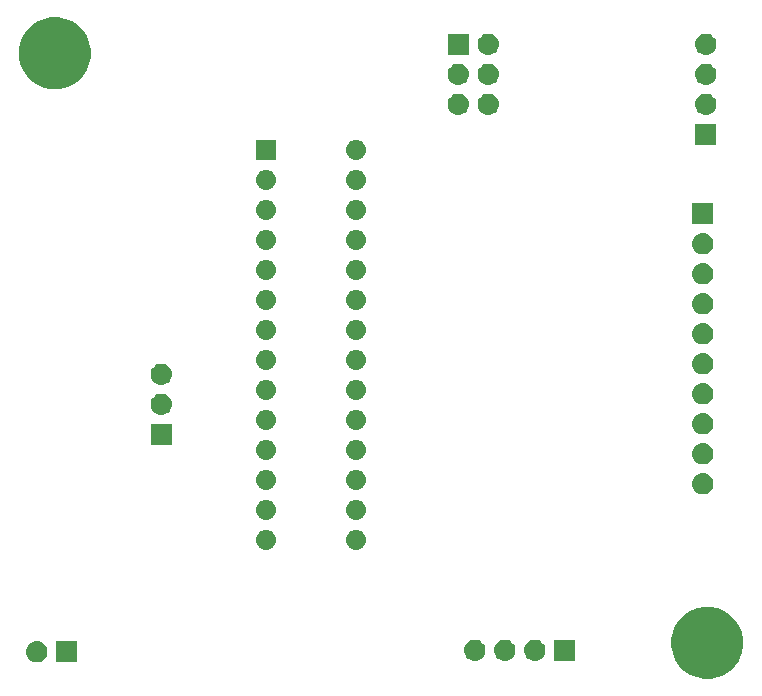
<source format=gbs>
G04 #@! TF.GenerationSoftware,KiCad,Pcbnew,(5.1.2)-1*
G04 #@! TF.CreationDate,2019-09-17T06:22:35+02:00*
G04 #@! TF.ProjectId,PiezoBedSensor,5069657a-6f42-4656-9453-656e736f722e,rev?*
G04 #@! TF.SameCoordinates,Original*
G04 #@! TF.FileFunction,Soldermask,Bot*
G04 #@! TF.FilePolarity,Negative*
%FSLAX46Y46*%
G04 Gerber Fmt 4.6, Leading zero omitted, Abs format (unit mm)*
G04 Created by KiCad (PCBNEW (5.1.2)-1) date 2019-09-17 06:22:35*
%MOMM*%
%LPD*%
G04 APERTURE LIST*
%ADD10C,0.100000*%
G04 APERTURE END LIST*
D10*
G36*
X156591943Y-102857248D02*
G01*
X157147189Y-103087238D01*
X157147190Y-103087239D01*
X157646899Y-103421134D01*
X158071866Y-103846101D01*
X158071867Y-103846103D01*
X158405762Y-104345811D01*
X158635752Y-104901057D01*
X158753000Y-105490501D01*
X158753000Y-106091499D01*
X158635752Y-106680943D01*
X158405762Y-107236189D01*
X158359264Y-107305778D01*
X158071866Y-107735899D01*
X157646899Y-108160866D01*
X157395347Y-108328948D01*
X157147189Y-108494762D01*
X156591943Y-108724752D01*
X156002499Y-108842000D01*
X155401501Y-108842000D01*
X154812057Y-108724752D01*
X154256811Y-108494762D01*
X154008653Y-108328948D01*
X153757101Y-108160866D01*
X153332134Y-107735899D01*
X153044736Y-107305778D01*
X152998238Y-107236189D01*
X152768248Y-106680943D01*
X152651000Y-106091499D01*
X152651000Y-105490501D01*
X152768248Y-104901057D01*
X152998238Y-104345811D01*
X153332133Y-103846103D01*
X153332134Y-103846101D01*
X153757101Y-103421134D01*
X154256810Y-103087239D01*
X154256811Y-103087238D01*
X154812057Y-102857248D01*
X155401501Y-102740000D01*
X156002499Y-102740000D01*
X156591943Y-102857248D01*
X156591943Y-102857248D01*
G37*
G36*
X102374000Y-107454000D02*
G01*
X100572000Y-107454000D01*
X100572000Y-105652000D01*
X102374000Y-105652000D01*
X102374000Y-107454000D01*
X102374000Y-107454000D01*
G37*
G36*
X99043443Y-105658519D02*
G01*
X99109627Y-105665037D01*
X99279466Y-105716557D01*
X99435991Y-105800222D01*
X99471729Y-105829552D01*
X99573186Y-105912814D01*
X99656448Y-106014271D01*
X99685778Y-106050009D01*
X99769443Y-106206534D01*
X99820963Y-106376373D01*
X99838359Y-106553000D01*
X99820963Y-106729627D01*
X99769443Y-106899466D01*
X99685778Y-107055991D01*
X99677411Y-107066186D01*
X99573186Y-107193186D01*
X99471729Y-107276448D01*
X99435991Y-107305778D01*
X99279466Y-107389443D01*
X99109627Y-107440963D01*
X99043442Y-107447482D01*
X98977260Y-107454000D01*
X98888740Y-107454000D01*
X98822558Y-107447482D01*
X98756373Y-107440963D01*
X98586534Y-107389443D01*
X98430009Y-107305778D01*
X98394271Y-107276448D01*
X98292814Y-107193186D01*
X98188589Y-107066186D01*
X98180222Y-107055991D01*
X98096557Y-106899466D01*
X98045037Y-106729627D01*
X98027641Y-106553000D01*
X98045037Y-106376373D01*
X98096557Y-106206534D01*
X98180222Y-106050009D01*
X98209552Y-106014271D01*
X98292814Y-105912814D01*
X98394271Y-105829552D01*
X98430009Y-105800222D01*
X98586534Y-105716557D01*
X98756373Y-105665037D01*
X98822557Y-105658519D01*
X98888740Y-105652000D01*
X98977260Y-105652000D01*
X99043443Y-105658519D01*
X99043443Y-105658519D01*
G37*
G36*
X136127443Y-105531519D02*
G01*
X136193627Y-105538037D01*
X136363466Y-105589557D01*
X136519991Y-105673222D01*
X136555729Y-105702552D01*
X136657186Y-105785814D01*
X136740448Y-105887271D01*
X136769778Y-105923009D01*
X136853443Y-106079534D01*
X136904963Y-106249373D01*
X136922359Y-106426000D01*
X136904963Y-106602627D01*
X136853443Y-106772466D01*
X136769778Y-106928991D01*
X136740448Y-106964729D01*
X136657186Y-107066186D01*
X136555729Y-107149448D01*
X136519991Y-107178778D01*
X136363466Y-107262443D01*
X136193627Y-107313963D01*
X136127442Y-107320482D01*
X136061260Y-107327000D01*
X135972740Y-107327000D01*
X135906558Y-107320482D01*
X135840373Y-107313963D01*
X135670534Y-107262443D01*
X135514009Y-107178778D01*
X135478271Y-107149448D01*
X135376814Y-107066186D01*
X135293552Y-106964729D01*
X135264222Y-106928991D01*
X135180557Y-106772466D01*
X135129037Y-106602627D01*
X135111641Y-106426000D01*
X135129037Y-106249373D01*
X135180557Y-106079534D01*
X135264222Y-105923009D01*
X135293552Y-105887271D01*
X135376814Y-105785814D01*
X135478271Y-105702552D01*
X135514009Y-105673222D01*
X135670534Y-105589557D01*
X135840373Y-105538037D01*
X135906558Y-105531518D01*
X135972740Y-105525000D01*
X136061260Y-105525000D01*
X136127443Y-105531519D01*
X136127443Y-105531519D01*
G37*
G36*
X141207443Y-105531519D02*
G01*
X141273627Y-105538037D01*
X141443466Y-105589557D01*
X141599991Y-105673222D01*
X141635729Y-105702552D01*
X141737186Y-105785814D01*
X141820448Y-105887271D01*
X141849778Y-105923009D01*
X141933443Y-106079534D01*
X141984963Y-106249373D01*
X142002359Y-106426000D01*
X141984963Y-106602627D01*
X141933443Y-106772466D01*
X141849778Y-106928991D01*
X141820448Y-106964729D01*
X141737186Y-107066186D01*
X141635729Y-107149448D01*
X141599991Y-107178778D01*
X141443466Y-107262443D01*
X141273627Y-107313963D01*
X141207442Y-107320482D01*
X141141260Y-107327000D01*
X141052740Y-107327000D01*
X140986558Y-107320482D01*
X140920373Y-107313963D01*
X140750534Y-107262443D01*
X140594009Y-107178778D01*
X140558271Y-107149448D01*
X140456814Y-107066186D01*
X140373552Y-106964729D01*
X140344222Y-106928991D01*
X140260557Y-106772466D01*
X140209037Y-106602627D01*
X140191641Y-106426000D01*
X140209037Y-106249373D01*
X140260557Y-106079534D01*
X140344222Y-105923009D01*
X140373552Y-105887271D01*
X140456814Y-105785814D01*
X140558271Y-105702552D01*
X140594009Y-105673222D01*
X140750534Y-105589557D01*
X140920373Y-105538037D01*
X140986558Y-105531518D01*
X141052740Y-105525000D01*
X141141260Y-105525000D01*
X141207443Y-105531519D01*
X141207443Y-105531519D01*
G37*
G36*
X144538000Y-107327000D02*
G01*
X142736000Y-107327000D01*
X142736000Y-105525000D01*
X144538000Y-105525000D01*
X144538000Y-107327000D01*
X144538000Y-107327000D01*
G37*
G36*
X138667443Y-105531519D02*
G01*
X138733627Y-105538037D01*
X138903466Y-105589557D01*
X139059991Y-105673222D01*
X139095729Y-105702552D01*
X139197186Y-105785814D01*
X139280448Y-105887271D01*
X139309778Y-105923009D01*
X139393443Y-106079534D01*
X139444963Y-106249373D01*
X139462359Y-106426000D01*
X139444963Y-106602627D01*
X139393443Y-106772466D01*
X139309778Y-106928991D01*
X139280448Y-106964729D01*
X139197186Y-107066186D01*
X139095729Y-107149448D01*
X139059991Y-107178778D01*
X138903466Y-107262443D01*
X138733627Y-107313963D01*
X138667442Y-107320482D01*
X138601260Y-107327000D01*
X138512740Y-107327000D01*
X138446558Y-107320482D01*
X138380373Y-107313963D01*
X138210534Y-107262443D01*
X138054009Y-107178778D01*
X138018271Y-107149448D01*
X137916814Y-107066186D01*
X137833552Y-106964729D01*
X137804222Y-106928991D01*
X137720557Y-106772466D01*
X137669037Y-106602627D01*
X137651641Y-106426000D01*
X137669037Y-106249373D01*
X137720557Y-106079534D01*
X137804222Y-105923009D01*
X137833552Y-105887271D01*
X137916814Y-105785814D01*
X138018271Y-105702552D01*
X138054009Y-105673222D01*
X138210534Y-105589557D01*
X138380373Y-105538037D01*
X138446558Y-105531518D01*
X138512740Y-105525000D01*
X138601260Y-105525000D01*
X138667443Y-105531519D01*
X138667443Y-105531519D01*
G37*
G36*
X126126823Y-96236313D02*
G01*
X126287242Y-96284976D01*
X126419906Y-96355886D01*
X126435078Y-96363996D01*
X126564659Y-96470341D01*
X126671004Y-96599922D01*
X126671005Y-96599924D01*
X126750024Y-96747758D01*
X126798687Y-96908177D01*
X126815117Y-97075000D01*
X126798687Y-97241823D01*
X126750024Y-97402242D01*
X126679114Y-97534906D01*
X126671004Y-97550078D01*
X126564659Y-97679659D01*
X126435078Y-97786004D01*
X126435076Y-97786005D01*
X126287242Y-97865024D01*
X126126823Y-97913687D01*
X126001804Y-97926000D01*
X125918196Y-97926000D01*
X125793177Y-97913687D01*
X125632758Y-97865024D01*
X125484924Y-97786005D01*
X125484922Y-97786004D01*
X125355341Y-97679659D01*
X125248996Y-97550078D01*
X125240886Y-97534906D01*
X125169976Y-97402242D01*
X125121313Y-97241823D01*
X125104883Y-97075000D01*
X125121313Y-96908177D01*
X125169976Y-96747758D01*
X125248995Y-96599924D01*
X125248996Y-96599922D01*
X125355341Y-96470341D01*
X125484922Y-96363996D01*
X125500094Y-96355886D01*
X125632758Y-96284976D01*
X125793177Y-96236313D01*
X125918196Y-96224000D01*
X126001804Y-96224000D01*
X126126823Y-96236313D01*
X126126823Y-96236313D01*
G37*
G36*
X118506823Y-96236313D02*
G01*
X118667242Y-96284976D01*
X118799906Y-96355886D01*
X118815078Y-96363996D01*
X118944659Y-96470341D01*
X119051004Y-96599922D01*
X119051005Y-96599924D01*
X119130024Y-96747758D01*
X119178687Y-96908177D01*
X119195117Y-97075000D01*
X119178687Y-97241823D01*
X119130024Y-97402242D01*
X119059114Y-97534906D01*
X119051004Y-97550078D01*
X118944659Y-97679659D01*
X118815078Y-97786004D01*
X118815076Y-97786005D01*
X118667242Y-97865024D01*
X118506823Y-97913687D01*
X118381804Y-97926000D01*
X118298196Y-97926000D01*
X118173177Y-97913687D01*
X118012758Y-97865024D01*
X117864924Y-97786005D01*
X117864922Y-97786004D01*
X117735341Y-97679659D01*
X117628996Y-97550078D01*
X117620886Y-97534906D01*
X117549976Y-97402242D01*
X117501313Y-97241823D01*
X117484883Y-97075000D01*
X117501313Y-96908177D01*
X117549976Y-96747758D01*
X117628995Y-96599924D01*
X117628996Y-96599922D01*
X117735341Y-96470341D01*
X117864922Y-96363996D01*
X117880094Y-96355886D01*
X118012758Y-96284976D01*
X118173177Y-96236313D01*
X118298196Y-96224000D01*
X118381804Y-96224000D01*
X118506823Y-96236313D01*
X118506823Y-96236313D01*
G37*
G36*
X126126823Y-93696313D02*
G01*
X126287242Y-93744976D01*
X126419906Y-93815886D01*
X126435078Y-93823996D01*
X126564659Y-93930341D01*
X126671004Y-94059922D01*
X126671005Y-94059924D01*
X126750024Y-94207758D01*
X126798687Y-94368177D01*
X126815117Y-94535000D01*
X126798687Y-94701823D01*
X126750024Y-94862242D01*
X126679114Y-94994906D01*
X126671004Y-95010078D01*
X126564659Y-95139659D01*
X126435078Y-95246004D01*
X126435076Y-95246005D01*
X126287242Y-95325024D01*
X126126823Y-95373687D01*
X126001804Y-95386000D01*
X125918196Y-95386000D01*
X125793177Y-95373687D01*
X125632758Y-95325024D01*
X125484924Y-95246005D01*
X125484922Y-95246004D01*
X125355341Y-95139659D01*
X125248996Y-95010078D01*
X125240886Y-94994906D01*
X125169976Y-94862242D01*
X125121313Y-94701823D01*
X125104883Y-94535000D01*
X125121313Y-94368177D01*
X125169976Y-94207758D01*
X125248995Y-94059924D01*
X125248996Y-94059922D01*
X125355341Y-93930341D01*
X125484922Y-93823996D01*
X125500094Y-93815886D01*
X125632758Y-93744976D01*
X125793177Y-93696313D01*
X125918196Y-93684000D01*
X126001804Y-93684000D01*
X126126823Y-93696313D01*
X126126823Y-93696313D01*
G37*
G36*
X118506823Y-93696313D02*
G01*
X118667242Y-93744976D01*
X118799906Y-93815886D01*
X118815078Y-93823996D01*
X118944659Y-93930341D01*
X119051004Y-94059922D01*
X119051005Y-94059924D01*
X119130024Y-94207758D01*
X119178687Y-94368177D01*
X119195117Y-94535000D01*
X119178687Y-94701823D01*
X119130024Y-94862242D01*
X119059114Y-94994906D01*
X119051004Y-95010078D01*
X118944659Y-95139659D01*
X118815078Y-95246004D01*
X118815076Y-95246005D01*
X118667242Y-95325024D01*
X118506823Y-95373687D01*
X118381804Y-95386000D01*
X118298196Y-95386000D01*
X118173177Y-95373687D01*
X118012758Y-95325024D01*
X117864924Y-95246005D01*
X117864922Y-95246004D01*
X117735341Y-95139659D01*
X117628996Y-95010078D01*
X117620886Y-94994906D01*
X117549976Y-94862242D01*
X117501313Y-94701823D01*
X117484883Y-94535000D01*
X117501313Y-94368177D01*
X117549976Y-94207758D01*
X117628995Y-94059924D01*
X117628996Y-94059922D01*
X117735341Y-93930341D01*
X117864922Y-93823996D01*
X117880094Y-93815886D01*
X118012758Y-93744976D01*
X118173177Y-93696313D01*
X118298196Y-93684000D01*
X118381804Y-93684000D01*
X118506823Y-93696313D01*
X118506823Y-93696313D01*
G37*
G36*
X155431443Y-91434519D02*
G01*
X155497627Y-91441037D01*
X155667466Y-91492557D01*
X155823991Y-91576222D01*
X155859729Y-91605552D01*
X155961186Y-91688814D01*
X156044448Y-91790271D01*
X156073778Y-91826009D01*
X156157443Y-91982534D01*
X156208963Y-92152373D01*
X156226359Y-92329000D01*
X156208963Y-92505627D01*
X156157443Y-92675466D01*
X156073778Y-92831991D01*
X156072386Y-92833687D01*
X155961186Y-92969186D01*
X155859729Y-93052448D01*
X155823991Y-93081778D01*
X155667466Y-93165443D01*
X155497627Y-93216963D01*
X155431443Y-93223481D01*
X155365260Y-93230000D01*
X155276740Y-93230000D01*
X155210557Y-93223481D01*
X155144373Y-93216963D01*
X154974534Y-93165443D01*
X154818009Y-93081778D01*
X154782271Y-93052448D01*
X154680814Y-92969186D01*
X154569614Y-92833687D01*
X154568222Y-92831991D01*
X154484557Y-92675466D01*
X154433037Y-92505627D01*
X154415641Y-92329000D01*
X154433037Y-92152373D01*
X154484557Y-91982534D01*
X154568222Y-91826009D01*
X154597552Y-91790271D01*
X154680814Y-91688814D01*
X154782271Y-91605552D01*
X154818009Y-91576222D01*
X154974534Y-91492557D01*
X155144373Y-91441037D01*
X155210558Y-91434518D01*
X155276740Y-91428000D01*
X155365260Y-91428000D01*
X155431443Y-91434519D01*
X155431443Y-91434519D01*
G37*
G36*
X118506823Y-91156313D02*
G01*
X118667242Y-91204976D01*
X118799906Y-91275886D01*
X118815078Y-91283996D01*
X118944659Y-91390341D01*
X119051004Y-91519922D01*
X119051005Y-91519924D01*
X119130024Y-91667758D01*
X119178687Y-91828177D01*
X119195117Y-91995000D01*
X119178687Y-92161823D01*
X119130024Y-92322242D01*
X119059114Y-92454906D01*
X119051004Y-92470078D01*
X118944659Y-92599659D01*
X118815078Y-92706004D01*
X118815076Y-92706005D01*
X118667242Y-92785024D01*
X118506823Y-92833687D01*
X118381804Y-92846000D01*
X118298196Y-92846000D01*
X118173177Y-92833687D01*
X118012758Y-92785024D01*
X117864924Y-92706005D01*
X117864922Y-92706004D01*
X117735341Y-92599659D01*
X117628996Y-92470078D01*
X117620886Y-92454906D01*
X117549976Y-92322242D01*
X117501313Y-92161823D01*
X117484883Y-91995000D01*
X117501313Y-91828177D01*
X117549976Y-91667758D01*
X117628995Y-91519924D01*
X117628996Y-91519922D01*
X117735341Y-91390341D01*
X117864922Y-91283996D01*
X117880094Y-91275886D01*
X118012758Y-91204976D01*
X118173177Y-91156313D01*
X118298196Y-91144000D01*
X118381804Y-91144000D01*
X118506823Y-91156313D01*
X118506823Y-91156313D01*
G37*
G36*
X126126823Y-91156313D02*
G01*
X126287242Y-91204976D01*
X126419906Y-91275886D01*
X126435078Y-91283996D01*
X126564659Y-91390341D01*
X126671004Y-91519922D01*
X126671005Y-91519924D01*
X126750024Y-91667758D01*
X126798687Y-91828177D01*
X126815117Y-91995000D01*
X126798687Y-92161823D01*
X126750024Y-92322242D01*
X126679114Y-92454906D01*
X126671004Y-92470078D01*
X126564659Y-92599659D01*
X126435078Y-92706004D01*
X126435076Y-92706005D01*
X126287242Y-92785024D01*
X126126823Y-92833687D01*
X126001804Y-92846000D01*
X125918196Y-92846000D01*
X125793177Y-92833687D01*
X125632758Y-92785024D01*
X125484924Y-92706005D01*
X125484922Y-92706004D01*
X125355341Y-92599659D01*
X125248996Y-92470078D01*
X125240886Y-92454906D01*
X125169976Y-92322242D01*
X125121313Y-92161823D01*
X125104883Y-91995000D01*
X125121313Y-91828177D01*
X125169976Y-91667758D01*
X125248995Y-91519924D01*
X125248996Y-91519922D01*
X125355341Y-91390341D01*
X125484922Y-91283996D01*
X125500094Y-91275886D01*
X125632758Y-91204976D01*
X125793177Y-91156313D01*
X125918196Y-91144000D01*
X126001804Y-91144000D01*
X126126823Y-91156313D01*
X126126823Y-91156313D01*
G37*
G36*
X155431442Y-88894518D02*
G01*
X155497627Y-88901037D01*
X155667466Y-88952557D01*
X155823991Y-89036222D01*
X155859729Y-89065552D01*
X155961186Y-89148814D01*
X156044448Y-89250271D01*
X156073778Y-89286009D01*
X156157443Y-89442534D01*
X156208963Y-89612373D01*
X156226359Y-89789000D01*
X156208963Y-89965627D01*
X156157443Y-90135466D01*
X156073778Y-90291991D01*
X156072386Y-90293687D01*
X155961186Y-90429186D01*
X155859729Y-90512448D01*
X155823991Y-90541778D01*
X155667466Y-90625443D01*
X155497627Y-90676963D01*
X155431442Y-90683482D01*
X155365260Y-90690000D01*
X155276740Y-90690000D01*
X155210558Y-90683482D01*
X155144373Y-90676963D01*
X154974534Y-90625443D01*
X154818009Y-90541778D01*
X154782271Y-90512448D01*
X154680814Y-90429186D01*
X154569614Y-90293687D01*
X154568222Y-90291991D01*
X154484557Y-90135466D01*
X154433037Y-89965627D01*
X154415641Y-89789000D01*
X154433037Y-89612373D01*
X154484557Y-89442534D01*
X154568222Y-89286009D01*
X154597552Y-89250271D01*
X154680814Y-89148814D01*
X154782271Y-89065552D01*
X154818009Y-89036222D01*
X154974534Y-88952557D01*
X155144373Y-88901037D01*
X155210558Y-88894518D01*
X155276740Y-88888000D01*
X155365260Y-88888000D01*
X155431442Y-88894518D01*
X155431442Y-88894518D01*
G37*
G36*
X118506823Y-88616313D02*
G01*
X118667242Y-88664976D01*
X118799906Y-88735886D01*
X118815078Y-88743996D01*
X118944659Y-88850341D01*
X119051004Y-88979922D01*
X119051005Y-88979924D01*
X119130024Y-89127758D01*
X119178687Y-89288177D01*
X119195117Y-89455000D01*
X119178687Y-89621823D01*
X119130024Y-89782242D01*
X119059114Y-89914906D01*
X119051004Y-89930078D01*
X118944659Y-90059659D01*
X118815078Y-90166004D01*
X118815076Y-90166005D01*
X118667242Y-90245024D01*
X118506823Y-90293687D01*
X118381804Y-90306000D01*
X118298196Y-90306000D01*
X118173177Y-90293687D01*
X118012758Y-90245024D01*
X117864924Y-90166005D01*
X117864922Y-90166004D01*
X117735341Y-90059659D01*
X117628996Y-89930078D01*
X117620886Y-89914906D01*
X117549976Y-89782242D01*
X117501313Y-89621823D01*
X117484883Y-89455000D01*
X117501313Y-89288177D01*
X117549976Y-89127758D01*
X117628995Y-88979924D01*
X117628996Y-88979922D01*
X117735341Y-88850341D01*
X117864922Y-88743996D01*
X117880094Y-88735886D01*
X118012758Y-88664976D01*
X118173177Y-88616313D01*
X118298196Y-88604000D01*
X118381804Y-88604000D01*
X118506823Y-88616313D01*
X118506823Y-88616313D01*
G37*
G36*
X126126823Y-88616313D02*
G01*
X126287242Y-88664976D01*
X126419906Y-88735886D01*
X126435078Y-88743996D01*
X126564659Y-88850341D01*
X126671004Y-88979922D01*
X126671005Y-88979924D01*
X126750024Y-89127758D01*
X126798687Y-89288177D01*
X126815117Y-89455000D01*
X126798687Y-89621823D01*
X126750024Y-89782242D01*
X126679114Y-89914906D01*
X126671004Y-89930078D01*
X126564659Y-90059659D01*
X126435078Y-90166004D01*
X126435076Y-90166005D01*
X126287242Y-90245024D01*
X126126823Y-90293687D01*
X126001804Y-90306000D01*
X125918196Y-90306000D01*
X125793177Y-90293687D01*
X125632758Y-90245024D01*
X125484924Y-90166005D01*
X125484922Y-90166004D01*
X125355341Y-90059659D01*
X125248996Y-89930078D01*
X125240886Y-89914906D01*
X125169976Y-89782242D01*
X125121313Y-89621823D01*
X125104883Y-89455000D01*
X125121313Y-89288177D01*
X125169976Y-89127758D01*
X125248995Y-88979924D01*
X125248996Y-88979922D01*
X125355341Y-88850341D01*
X125484922Y-88743996D01*
X125500094Y-88735886D01*
X125632758Y-88664976D01*
X125793177Y-88616313D01*
X125918196Y-88604000D01*
X126001804Y-88604000D01*
X126126823Y-88616313D01*
X126126823Y-88616313D01*
G37*
G36*
X110375000Y-89039000D02*
G01*
X108573000Y-89039000D01*
X108573000Y-87237000D01*
X110375000Y-87237000D01*
X110375000Y-89039000D01*
X110375000Y-89039000D01*
G37*
G36*
X155431443Y-86354519D02*
G01*
X155497627Y-86361037D01*
X155667466Y-86412557D01*
X155823991Y-86496222D01*
X155859729Y-86525552D01*
X155961186Y-86608814D01*
X156044448Y-86710271D01*
X156073778Y-86746009D01*
X156157443Y-86902534D01*
X156208963Y-87072373D01*
X156226359Y-87249000D01*
X156208963Y-87425627D01*
X156157443Y-87595466D01*
X156073778Y-87751991D01*
X156072386Y-87753687D01*
X155961186Y-87889186D01*
X155859729Y-87972448D01*
X155823991Y-88001778D01*
X155667466Y-88085443D01*
X155497627Y-88136963D01*
X155431442Y-88143482D01*
X155365260Y-88150000D01*
X155276740Y-88150000D01*
X155210558Y-88143482D01*
X155144373Y-88136963D01*
X154974534Y-88085443D01*
X154818009Y-88001778D01*
X154782271Y-87972448D01*
X154680814Y-87889186D01*
X154569614Y-87753687D01*
X154568222Y-87751991D01*
X154484557Y-87595466D01*
X154433037Y-87425627D01*
X154415641Y-87249000D01*
X154433037Y-87072373D01*
X154484557Y-86902534D01*
X154568222Y-86746009D01*
X154597552Y-86710271D01*
X154680814Y-86608814D01*
X154782271Y-86525552D01*
X154818009Y-86496222D01*
X154974534Y-86412557D01*
X155144373Y-86361037D01*
X155210557Y-86354519D01*
X155276740Y-86348000D01*
X155365260Y-86348000D01*
X155431443Y-86354519D01*
X155431443Y-86354519D01*
G37*
G36*
X118506823Y-86076313D02*
G01*
X118667242Y-86124976D01*
X118799906Y-86195886D01*
X118815078Y-86203996D01*
X118944659Y-86310341D01*
X119051004Y-86439922D01*
X119051005Y-86439924D01*
X119130024Y-86587758D01*
X119178687Y-86748177D01*
X119195117Y-86915000D01*
X119178687Y-87081823D01*
X119130024Y-87242242D01*
X119059114Y-87374906D01*
X119051004Y-87390078D01*
X118944659Y-87519659D01*
X118815078Y-87626004D01*
X118815076Y-87626005D01*
X118667242Y-87705024D01*
X118506823Y-87753687D01*
X118381804Y-87766000D01*
X118298196Y-87766000D01*
X118173177Y-87753687D01*
X118012758Y-87705024D01*
X117864924Y-87626005D01*
X117864922Y-87626004D01*
X117735341Y-87519659D01*
X117628996Y-87390078D01*
X117620886Y-87374906D01*
X117549976Y-87242242D01*
X117501313Y-87081823D01*
X117484883Y-86915000D01*
X117501313Y-86748177D01*
X117549976Y-86587758D01*
X117628995Y-86439924D01*
X117628996Y-86439922D01*
X117735341Y-86310341D01*
X117864922Y-86203996D01*
X117880094Y-86195886D01*
X118012758Y-86124976D01*
X118173177Y-86076313D01*
X118298196Y-86064000D01*
X118381804Y-86064000D01*
X118506823Y-86076313D01*
X118506823Y-86076313D01*
G37*
G36*
X126126823Y-86076313D02*
G01*
X126287242Y-86124976D01*
X126419906Y-86195886D01*
X126435078Y-86203996D01*
X126564659Y-86310341D01*
X126671004Y-86439922D01*
X126671005Y-86439924D01*
X126750024Y-86587758D01*
X126798687Y-86748177D01*
X126815117Y-86915000D01*
X126798687Y-87081823D01*
X126750024Y-87242242D01*
X126679114Y-87374906D01*
X126671004Y-87390078D01*
X126564659Y-87519659D01*
X126435078Y-87626004D01*
X126435076Y-87626005D01*
X126287242Y-87705024D01*
X126126823Y-87753687D01*
X126001804Y-87766000D01*
X125918196Y-87766000D01*
X125793177Y-87753687D01*
X125632758Y-87705024D01*
X125484924Y-87626005D01*
X125484922Y-87626004D01*
X125355341Y-87519659D01*
X125248996Y-87390078D01*
X125240886Y-87374906D01*
X125169976Y-87242242D01*
X125121313Y-87081823D01*
X125104883Y-86915000D01*
X125121313Y-86748177D01*
X125169976Y-86587758D01*
X125248995Y-86439924D01*
X125248996Y-86439922D01*
X125355341Y-86310341D01*
X125484922Y-86203996D01*
X125500094Y-86195886D01*
X125632758Y-86124976D01*
X125793177Y-86076313D01*
X125918196Y-86064000D01*
X126001804Y-86064000D01*
X126126823Y-86076313D01*
X126126823Y-86076313D01*
G37*
G36*
X109571482Y-84702242D02*
G01*
X109650627Y-84710037D01*
X109820466Y-84761557D01*
X109976991Y-84845222D01*
X110012729Y-84874552D01*
X110114186Y-84957814D01*
X110194326Y-85055466D01*
X110226778Y-85095009D01*
X110310443Y-85251534D01*
X110361963Y-85421373D01*
X110379359Y-85598000D01*
X110361963Y-85774627D01*
X110310443Y-85944466D01*
X110226778Y-86100991D01*
X110207094Y-86124976D01*
X110114186Y-86238186D01*
X110012729Y-86321448D01*
X109976991Y-86350778D01*
X109820466Y-86434443D01*
X109650627Y-86485963D01*
X109584442Y-86492482D01*
X109518260Y-86499000D01*
X109429740Y-86499000D01*
X109363558Y-86492482D01*
X109297373Y-86485963D01*
X109127534Y-86434443D01*
X108971009Y-86350778D01*
X108935271Y-86321448D01*
X108833814Y-86238186D01*
X108740906Y-86124976D01*
X108721222Y-86100991D01*
X108637557Y-85944466D01*
X108586037Y-85774627D01*
X108568641Y-85598000D01*
X108586037Y-85421373D01*
X108637557Y-85251534D01*
X108721222Y-85095009D01*
X108753674Y-85055466D01*
X108833814Y-84957814D01*
X108935271Y-84874552D01*
X108971009Y-84845222D01*
X109127534Y-84761557D01*
X109297373Y-84710037D01*
X109376518Y-84702242D01*
X109429740Y-84697000D01*
X109518260Y-84697000D01*
X109571482Y-84702242D01*
X109571482Y-84702242D01*
G37*
G36*
X155431442Y-83814518D02*
G01*
X155497627Y-83821037D01*
X155667466Y-83872557D01*
X155823991Y-83956222D01*
X155859729Y-83985552D01*
X155961186Y-84068814D01*
X156044448Y-84170271D01*
X156073778Y-84206009D01*
X156157443Y-84362534D01*
X156208963Y-84532373D01*
X156226359Y-84709000D01*
X156208963Y-84885627D01*
X156157443Y-85055466D01*
X156073778Y-85211991D01*
X156072386Y-85213687D01*
X155961186Y-85349186D01*
X155873222Y-85421375D01*
X155823991Y-85461778D01*
X155667466Y-85545443D01*
X155497627Y-85596963D01*
X155431443Y-85603481D01*
X155365260Y-85610000D01*
X155276740Y-85610000D01*
X155210557Y-85603481D01*
X155144373Y-85596963D01*
X154974534Y-85545443D01*
X154818009Y-85461778D01*
X154768778Y-85421375D01*
X154680814Y-85349186D01*
X154569614Y-85213687D01*
X154568222Y-85211991D01*
X154484557Y-85055466D01*
X154433037Y-84885627D01*
X154415641Y-84709000D01*
X154433037Y-84532373D01*
X154484557Y-84362534D01*
X154568222Y-84206009D01*
X154597552Y-84170271D01*
X154680814Y-84068814D01*
X154782271Y-83985552D01*
X154818009Y-83956222D01*
X154974534Y-83872557D01*
X155144373Y-83821037D01*
X155210558Y-83814518D01*
X155276740Y-83808000D01*
X155365260Y-83808000D01*
X155431442Y-83814518D01*
X155431442Y-83814518D01*
G37*
G36*
X126126823Y-83536313D02*
G01*
X126287242Y-83584976D01*
X126419906Y-83655886D01*
X126435078Y-83663996D01*
X126564659Y-83770341D01*
X126671004Y-83899922D01*
X126671005Y-83899924D01*
X126750024Y-84047758D01*
X126798687Y-84208177D01*
X126815117Y-84375000D01*
X126798687Y-84541823D01*
X126750024Y-84702242D01*
X126745857Y-84710037D01*
X126671004Y-84850078D01*
X126564659Y-84979659D01*
X126435078Y-85086004D01*
X126435076Y-85086005D01*
X126287242Y-85165024D01*
X126126823Y-85213687D01*
X126001804Y-85226000D01*
X125918196Y-85226000D01*
X125793177Y-85213687D01*
X125632758Y-85165024D01*
X125484924Y-85086005D01*
X125484922Y-85086004D01*
X125355341Y-84979659D01*
X125248996Y-84850078D01*
X125174143Y-84710037D01*
X125169976Y-84702242D01*
X125121313Y-84541823D01*
X125104883Y-84375000D01*
X125121313Y-84208177D01*
X125169976Y-84047758D01*
X125248995Y-83899924D01*
X125248996Y-83899922D01*
X125355341Y-83770341D01*
X125484922Y-83663996D01*
X125500094Y-83655886D01*
X125632758Y-83584976D01*
X125793177Y-83536313D01*
X125918196Y-83524000D01*
X126001804Y-83524000D01*
X126126823Y-83536313D01*
X126126823Y-83536313D01*
G37*
G36*
X118506823Y-83536313D02*
G01*
X118667242Y-83584976D01*
X118799906Y-83655886D01*
X118815078Y-83663996D01*
X118944659Y-83770341D01*
X119051004Y-83899922D01*
X119051005Y-83899924D01*
X119130024Y-84047758D01*
X119178687Y-84208177D01*
X119195117Y-84375000D01*
X119178687Y-84541823D01*
X119130024Y-84702242D01*
X119125857Y-84710037D01*
X119051004Y-84850078D01*
X118944659Y-84979659D01*
X118815078Y-85086004D01*
X118815076Y-85086005D01*
X118667242Y-85165024D01*
X118506823Y-85213687D01*
X118381804Y-85226000D01*
X118298196Y-85226000D01*
X118173177Y-85213687D01*
X118012758Y-85165024D01*
X117864924Y-85086005D01*
X117864922Y-85086004D01*
X117735341Y-84979659D01*
X117628996Y-84850078D01*
X117554143Y-84710037D01*
X117549976Y-84702242D01*
X117501313Y-84541823D01*
X117484883Y-84375000D01*
X117501313Y-84208177D01*
X117549976Y-84047758D01*
X117628995Y-83899924D01*
X117628996Y-83899922D01*
X117735341Y-83770341D01*
X117864922Y-83663996D01*
X117880094Y-83655886D01*
X118012758Y-83584976D01*
X118173177Y-83536313D01*
X118298196Y-83524000D01*
X118381804Y-83524000D01*
X118506823Y-83536313D01*
X118506823Y-83536313D01*
G37*
G36*
X109571482Y-82162242D02*
G01*
X109650627Y-82170037D01*
X109820466Y-82221557D01*
X109976991Y-82305222D01*
X110012729Y-82334552D01*
X110114186Y-82417814D01*
X110194326Y-82515466D01*
X110226778Y-82555009D01*
X110310443Y-82711534D01*
X110361963Y-82881373D01*
X110379359Y-83058000D01*
X110361963Y-83234627D01*
X110310443Y-83404466D01*
X110226778Y-83560991D01*
X110207094Y-83584976D01*
X110114186Y-83698186D01*
X110012729Y-83781448D01*
X109976991Y-83810778D01*
X109820466Y-83894443D01*
X109650627Y-83945963D01*
X109584442Y-83952482D01*
X109518260Y-83959000D01*
X109429740Y-83959000D01*
X109363558Y-83952482D01*
X109297373Y-83945963D01*
X109127534Y-83894443D01*
X108971009Y-83810778D01*
X108935271Y-83781448D01*
X108833814Y-83698186D01*
X108740906Y-83584976D01*
X108721222Y-83560991D01*
X108637557Y-83404466D01*
X108586037Y-83234627D01*
X108568641Y-83058000D01*
X108586037Y-82881373D01*
X108637557Y-82711534D01*
X108721222Y-82555009D01*
X108753674Y-82515466D01*
X108833814Y-82417814D01*
X108935271Y-82334552D01*
X108971009Y-82305222D01*
X109127534Y-82221557D01*
X109297373Y-82170037D01*
X109376518Y-82162242D01*
X109429740Y-82157000D01*
X109518260Y-82157000D01*
X109571482Y-82162242D01*
X109571482Y-82162242D01*
G37*
G36*
X155431443Y-81274519D02*
G01*
X155497627Y-81281037D01*
X155667466Y-81332557D01*
X155823991Y-81416222D01*
X155859729Y-81445552D01*
X155961186Y-81528814D01*
X156044448Y-81630271D01*
X156073778Y-81666009D01*
X156157443Y-81822534D01*
X156208963Y-81992373D01*
X156226359Y-82169000D01*
X156208963Y-82345627D01*
X156157443Y-82515466D01*
X156073778Y-82671991D01*
X156072386Y-82673687D01*
X155961186Y-82809186D01*
X155873222Y-82881375D01*
X155823991Y-82921778D01*
X155667466Y-83005443D01*
X155497627Y-83056963D01*
X155431442Y-83063482D01*
X155365260Y-83070000D01*
X155276740Y-83070000D01*
X155210558Y-83063482D01*
X155144373Y-83056963D01*
X154974534Y-83005443D01*
X154818009Y-82921778D01*
X154768778Y-82881375D01*
X154680814Y-82809186D01*
X154569614Y-82673687D01*
X154568222Y-82671991D01*
X154484557Y-82515466D01*
X154433037Y-82345627D01*
X154415641Y-82169000D01*
X154433037Y-81992373D01*
X154484557Y-81822534D01*
X154568222Y-81666009D01*
X154597552Y-81630271D01*
X154680814Y-81528814D01*
X154782271Y-81445552D01*
X154818009Y-81416222D01*
X154974534Y-81332557D01*
X155144373Y-81281037D01*
X155210557Y-81274519D01*
X155276740Y-81268000D01*
X155365260Y-81268000D01*
X155431443Y-81274519D01*
X155431443Y-81274519D01*
G37*
G36*
X118506823Y-80996313D02*
G01*
X118667242Y-81044976D01*
X118799906Y-81115886D01*
X118815078Y-81123996D01*
X118944659Y-81230341D01*
X119051004Y-81359922D01*
X119051005Y-81359924D01*
X119130024Y-81507758D01*
X119178687Y-81668177D01*
X119195117Y-81835000D01*
X119178687Y-82001823D01*
X119130024Y-82162242D01*
X119125857Y-82170037D01*
X119051004Y-82310078D01*
X118944659Y-82439659D01*
X118815078Y-82546004D01*
X118815076Y-82546005D01*
X118667242Y-82625024D01*
X118506823Y-82673687D01*
X118381804Y-82686000D01*
X118298196Y-82686000D01*
X118173177Y-82673687D01*
X118012758Y-82625024D01*
X117864924Y-82546005D01*
X117864922Y-82546004D01*
X117735341Y-82439659D01*
X117628996Y-82310078D01*
X117554143Y-82170037D01*
X117549976Y-82162242D01*
X117501313Y-82001823D01*
X117484883Y-81835000D01*
X117501313Y-81668177D01*
X117549976Y-81507758D01*
X117628995Y-81359924D01*
X117628996Y-81359922D01*
X117735341Y-81230341D01*
X117864922Y-81123996D01*
X117880094Y-81115886D01*
X118012758Y-81044976D01*
X118173177Y-80996313D01*
X118298196Y-80984000D01*
X118381804Y-80984000D01*
X118506823Y-80996313D01*
X118506823Y-80996313D01*
G37*
G36*
X126126823Y-80996313D02*
G01*
X126287242Y-81044976D01*
X126419906Y-81115886D01*
X126435078Y-81123996D01*
X126564659Y-81230341D01*
X126671004Y-81359922D01*
X126671005Y-81359924D01*
X126750024Y-81507758D01*
X126798687Y-81668177D01*
X126815117Y-81835000D01*
X126798687Y-82001823D01*
X126750024Y-82162242D01*
X126745857Y-82170037D01*
X126671004Y-82310078D01*
X126564659Y-82439659D01*
X126435078Y-82546004D01*
X126435076Y-82546005D01*
X126287242Y-82625024D01*
X126126823Y-82673687D01*
X126001804Y-82686000D01*
X125918196Y-82686000D01*
X125793177Y-82673687D01*
X125632758Y-82625024D01*
X125484924Y-82546005D01*
X125484922Y-82546004D01*
X125355341Y-82439659D01*
X125248996Y-82310078D01*
X125174143Y-82170037D01*
X125169976Y-82162242D01*
X125121313Y-82001823D01*
X125104883Y-81835000D01*
X125121313Y-81668177D01*
X125169976Y-81507758D01*
X125248995Y-81359924D01*
X125248996Y-81359922D01*
X125355341Y-81230341D01*
X125484922Y-81123996D01*
X125500094Y-81115886D01*
X125632758Y-81044976D01*
X125793177Y-80996313D01*
X125918196Y-80984000D01*
X126001804Y-80984000D01*
X126126823Y-80996313D01*
X126126823Y-80996313D01*
G37*
G36*
X155431442Y-78734518D02*
G01*
X155497627Y-78741037D01*
X155667466Y-78792557D01*
X155823991Y-78876222D01*
X155859729Y-78905552D01*
X155961186Y-78988814D01*
X156044448Y-79090271D01*
X156073778Y-79126009D01*
X156157443Y-79282534D01*
X156208963Y-79452373D01*
X156226359Y-79629000D01*
X156208963Y-79805627D01*
X156157443Y-79975466D01*
X156073778Y-80131991D01*
X156072386Y-80133687D01*
X155961186Y-80269186D01*
X155859729Y-80352448D01*
X155823991Y-80381778D01*
X155667466Y-80465443D01*
X155497627Y-80516963D01*
X155431442Y-80523482D01*
X155365260Y-80530000D01*
X155276740Y-80530000D01*
X155210558Y-80523482D01*
X155144373Y-80516963D01*
X154974534Y-80465443D01*
X154818009Y-80381778D01*
X154782271Y-80352448D01*
X154680814Y-80269186D01*
X154569614Y-80133687D01*
X154568222Y-80131991D01*
X154484557Y-79975466D01*
X154433037Y-79805627D01*
X154415641Y-79629000D01*
X154433037Y-79452373D01*
X154484557Y-79282534D01*
X154568222Y-79126009D01*
X154597552Y-79090271D01*
X154680814Y-78988814D01*
X154782271Y-78905552D01*
X154818009Y-78876222D01*
X154974534Y-78792557D01*
X155144373Y-78741037D01*
X155210558Y-78734518D01*
X155276740Y-78728000D01*
X155365260Y-78728000D01*
X155431442Y-78734518D01*
X155431442Y-78734518D01*
G37*
G36*
X126126823Y-78456313D02*
G01*
X126287242Y-78504976D01*
X126419906Y-78575886D01*
X126435078Y-78583996D01*
X126564659Y-78690341D01*
X126671004Y-78819922D01*
X126671005Y-78819924D01*
X126750024Y-78967758D01*
X126798687Y-79128177D01*
X126815117Y-79295000D01*
X126798687Y-79461823D01*
X126750024Y-79622242D01*
X126679114Y-79754906D01*
X126671004Y-79770078D01*
X126564659Y-79899659D01*
X126435078Y-80006004D01*
X126435076Y-80006005D01*
X126287242Y-80085024D01*
X126126823Y-80133687D01*
X126001804Y-80146000D01*
X125918196Y-80146000D01*
X125793177Y-80133687D01*
X125632758Y-80085024D01*
X125484924Y-80006005D01*
X125484922Y-80006004D01*
X125355341Y-79899659D01*
X125248996Y-79770078D01*
X125240886Y-79754906D01*
X125169976Y-79622242D01*
X125121313Y-79461823D01*
X125104883Y-79295000D01*
X125121313Y-79128177D01*
X125169976Y-78967758D01*
X125248995Y-78819924D01*
X125248996Y-78819922D01*
X125355341Y-78690341D01*
X125484922Y-78583996D01*
X125500094Y-78575886D01*
X125632758Y-78504976D01*
X125793177Y-78456313D01*
X125918196Y-78444000D01*
X126001804Y-78444000D01*
X126126823Y-78456313D01*
X126126823Y-78456313D01*
G37*
G36*
X118506823Y-78456313D02*
G01*
X118667242Y-78504976D01*
X118799906Y-78575886D01*
X118815078Y-78583996D01*
X118944659Y-78690341D01*
X119051004Y-78819922D01*
X119051005Y-78819924D01*
X119130024Y-78967758D01*
X119178687Y-79128177D01*
X119195117Y-79295000D01*
X119178687Y-79461823D01*
X119130024Y-79622242D01*
X119059114Y-79754906D01*
X119051004Y-79770078D01*
X118944659Y-79899659D01*
X118815078Y-80006004D01*
X118815076Y-80006005D01*
X118667242Y-80085024D01*
X118506823Y-80133687D01*
X118381804Y-80146000D01*
X118298196Y-80146000D01*
X118173177Y-80133687D01*
X118012758Y-80085024D01*
X117864924Y-80006005D01*
X117864922Y-80006004D01*
X117735341Y-79899659D01*
X117628996Y-79770078D01*
X117620886Y-79754906D01*
X117549976Y-79622242D01*
X117501313Y-79461823D01*
X117484883Y-79295000D01*
X117501313Y-79128177D01*
X117549976Y-78967758D01*
X117628995Y-78819924D01*
X117628996Y-78819922D01*
X117735341Y-78690341D01*
X117864922Y-78583996D01*
X117880094Y-78575886D01*
X118012758Y-78504976D01*
X118173177Y-78456313D01*
X118298196Y-78444000D01*
X118381804Y-78444000D01*
X118506823Y-78456313D01*
X118506823Y-78456313D01*
G37*
G36*
X155431442Y-76194518D02*
G01*
X155497627Y-76201037D01*
X155667466Y-76252557D01*
X155823991Y-76336222D01*
X155859729Y-76365552D01*
X155961186Y-76448814D01*
X156044448Y-76550271D01*
X156073778Y-76586009D01*
X156157443Y-76742534D01*
X156208963Y-76912373D01*
X156226359Y-77089000D01*
X156208963Y-77265627D01*
X156157443Y-77435466D01*
X156073778Y-77591991D01*
X156072386Y-77593687D01*
X155961186Y-77729186D01*
X155859729Y-77812448D01*
X155823991Y-77841778D01*
X155667466Y-77925443D01*
X155497627Y-77976963D01*
X155431442Y-77983482D01*
X155365260Y-77990000D01*
X155276740Y-77990000D01*
X155210558Y-77983482D01*
X155144373Y-77976963D01*
X154974534Y-77925443D01*
X154818009Y-77841778D01*
X154782271Y-77812448D01*
X154680814Y-77729186D01*
X154569614Y-77593687D01*
X154568222Y-77591991D01*
X154484557Y-77435466D01*
X154433037Y-77265627D01*
X154415641Y-77089000D01*
X154433037Y-76912373D01*
X154484557Y-76742534D01*
X154568222Y-76586009D01*
X154597552Y-76550271D01*
X154680814Y-76448814D01*
X154782271Y-76365552D01*
X154818009Y-76336222D01*
X154974534Y-76252557D01*
X155144373Y-76201037D01*
X155210558Y-76194518D01*
X155276740Y-76188000D01*
X155365260Y-76188000D01*
X155431442Y-76194518D01*
X155431442Y-76194518D01*
G37*
G36*
X126126823Y-75916313D02*
G01*
X126287242Y-75964976D01*
X126419906Y-76035886D01*
X126435078Y-76043996D01*
X126564659Y-76150341D01*
X126671004Y-76279922D01*
X126671005Y-76279924D01*
X126750024Y-76427758D01*
X126798687Y-76588177D01*
X126815117Y-76755000D01*
X126798687Y-76921823D01*
X126750024Y-77082242D01*
X126679114Y-77214906D01*
X126671004Y-77230078D01*
X126564659Y-77359659D01*
X126435078Y-77466004D01*
X126435076Y-77466005D01*
X126287242Y-77545024D01*
X126126823Y-77593687D01*
X126001804Y-77606000D01*
X125918196Y-77606000D01*
X125793177Y-77593687D01*
X125632758Y-77545024D01*
X125484924Y-77466005D01*
X125484922Y-77466004D01*
X125355341Y-77359659D01*
X125248996Y-77230078D01*
X125240886Y-77214906D01*
X125169976Y-77082242D01*
X125121313Y-76921823D01*
X125104883Y-76755000D01*
X125121313Y-76588177D01*
X125169976Y-76427758D01*
X125248995Y-76279924D01*
X125248996Y-76279922D01*
X125355341Y-76150341D01*
X125484922Y-76043996D01*
X125500094Y-76035886D01*
X125632758Y-75964976D01*
X125793177Y-75916313D01*
X125918196Y-75904000D01*
X126001804Y-75904000D01*
X126126823Y-75916313D01*
X126126823Y-75916313D01*
G37*
G36*
X118506823Y-75916313D02*
G01*
X118667242Y-75964976D01*
X118799906Y-76035886D01*
X118815078Y-76043996D01*
X118944659Y-76150341D01*
X119051004Y-76279922D01*
X119051005Y-76279924D01*
X119130024Y-76427758D01*
X119178687Y-76588177D01*
X119195117Y-76755000D01*
X119178687Y-76921823D01*
X119130024Y-77082242D01*
X119059114Y-77214906D01*
X119051004Y-77230078D01*
X118944659Y-77359659D01*
X118815078Y-77466004D01*
X118815076Y-77466005D01*
X118667242Y-77545024D01*
X118506823Y-77593687D01*
X118381804Y-77606000D01*
X118298196Y-77606000D01*
X118173177Y-77593687D01*
X118012758Y-77545024D01*
X117864924Y-77466005D01*
X117864922Y-77466004D01*
X117735341Y-77359659D01*
X117628996Y-77230078D01*
X117620886Y-77214906D01*
X117549976Y-77082242D01*
X117501313Y-76921823D01*
X117484883Y-76755000D01*
X117501313Y-76588177D01*
X117549976Y-76427758D01*
X117628995Y-76279924D01*
X117628996Y-76279922D01*
X117735341Y-76150341D01*
X117864922Y-76043996D01*
X117880094Y-76035886D01*
X118012758Y-75964976D01*
X118173177Y-75916313D01*
X118298196Y-75904000D01*
X118381804Y-75904000D01*
X118506823Y-75916313D01*
X118506823Y-75916313D01*
G37*
G36*
X155431442Y-73654518D02*
G01*
X155497627Y-73661037D01*
X155667466Y-73712557D01*
X155823991Y-73796222D01*
X155859729Y-73825552D01*
X155961186Y-73908814D01*
X156044448Y-74010271D01*
X156073778Y-74046009D01*
X156157443Y-74202534D01*
X156208963Y-74372373D01*
X156226359Y-74549000D01*
X156208963Y-74725627D01*
X156157443Y-74895466D01*
X156073778Y-75051991D01*
X156072386Y-75053687D01*
X155961186Y-75189186D01*
X155859729Y-75272448D01*
X155823991Y-75301778D01*
X155667466Y-75385443D01*
X155497627Y-75436963D01*
X155431443Y-75443481D01*
X155365260Y-75450000D01*
X155276740Y-75450000D01*
X155210557Y-75443481D01*
X155144373Y-75436963D01*
X154974534Y-75385443D01*
X154818009Y-75301778D01*
X154782271Y-75272448D01*
X154680814Y-75189186D01*
X154569614Y-75053687D01*
X154568222Y-75051991D01*
X154484557Y-74895466D01*
X154433037Y-74725627D01*
X154415641Y-74549000D01*
X154433037Y-74372373D01*
X154484557Y-74202534D01*
X154568222Y-74046009D01*
X154597552Y-74010271D01*
X154680814Y-73908814D01*
X154782271Y-73825552D01*
X154818009Y-73796222D01*
X154974534Y-73712557D01*
X155144373Y-73661037D01*
X155210558Y-73654518D01*
X155276740Y-73648000D01*
X155365260Y-73648000D01*
X155431442Y-73654518D01*
X155431442Y-73654518D01*
G37*
G36*
X118506823Y-73376313D02*
G01*
X118667242Y-73424976D01*
X118799906Y-73495886D01*
X118815078Y-73503996D01*
X118944659Y-73610341D01*
X119051004Y-73739922D01*
X119051005Y-73739924D01*
X119130024Y-73887758D01*
X119178687Y-74048177D01*
X119195117Y-74215000D01*
X119178687Y-74381823D01*
X119130024Y-74542242D01*
X119059114Y-74674906D01*
X119051004Y-74690078D01*
X118944659Y-74819659D01*
X118815078Y-74926004D01*
X118815076Y-74926005D01*
X118667242Y-75005024D01*
X118506823Y-75053687D01*
X118381804Y-75066000D01*
X118298196Y-75066000D01*
X118173177Y-75053687D01*
X118012758Y-75005024D01*
X117864924Y-74926005D01*
X117864922Y-74926004D01*
X117735341Y-74819659D01*
X117628996Y-74690078D01*
X117620886Y-74674906D01*
X117549976Y-74542242D01*
X117501313Y-74381823D01*
X117484883Y-74215000D01*
X117501313Y-74048177D01*
X117549976Y-73887758D01*
X117628995Y-73739924D01*
X117628996Y-73739922D01*
X117735341Y-73610341D01*
X117864922Y-73503996D01*
X117880094Y-73495886D01*
X118012758Y-73424976D01*
X118173177Y-73376313D01*
X118298196Y-73364000D01*
X118381804Y-73364000D01*
X118506823Y-73376313D01*
X118506823Y-73376313D01*
G37*
G36*
X126126823Y-73376313D02*
G01*
X126287242Y-73424976D01*
X126419906Y-73495886D01*
X126435078Y-73503996D01*
X126564659Y-73610341D01*
X126671004Y-73739922D01*
X126671005Y-73739924D01*
X126750024Y-73887758D01*
X126798687Y-74048177D01*
X126815117Y-74215000D01*
X126798687Y-74381823D01*
X126750024Y-74542242D01*
X126679114Y-74674906D01*
X126671004Y-74690078D01*
X126564659Y-74819659D01*
X126435078Y-74926004D01*
X126435076Y-74926005D01*
X126287242Y-75005024D01*
X126126823Y-75053687D01*
X126001804Y-75066000D01*
X125918196Y-75066000D01*
X125793177Y-75053687D01*
X125632758Y-75005024D01*
X125484924Y-74926005D01*
X125484922Y-74926004D01*
X125355341Y-74819659D01*
X125248996Y-74690078D01*
X125240886Y-74674906D01*
X125169976Y-74542242D01*
X125121313Y-74381823D01*
X125104883Y-74215000D01*
X125121313Y-74048177D01*
X125169976Y-73887758D01*
X125248995Y-73739924D01*
X125248996Y-73739922D01*
X125355341Y-73610341D01*
X125484922Y-73503996D01*
X125500094Y-73495886D01*
X125632758Y-73424976D01*
X125793177Y-73376313D01*
X125918196Y-73364000D01*
X126001804Y-73364000D01*
X126126823Y-73376313D01*
X126126823Y-73376313D01*
G37*
G36*
X155431443Y-71114519D02*
G01*
X155497627Y-71121037D01*
X155667466Y-71172557D01*
X155823991Y-71256222D01*
X155859729Y-71285552D01*
X155961186Y-71368814D01*
X156044448Y-71470271D01*
X156073778Y-71506009D01*
X156157443Y-71662534D01*
X156208963Y-71832373D01*
X156226359Y-72009000D01*
X156208963Y-72185627D01*
X156157443Y-72355466D01*
X156073778Y-72511991D01*
X156072386Y-72513687D01*
X155961186Y-72649186D01*
X155859729Y-72732448D01*
X155823991Y-72761778D01*
X155667466Y-72845443D01*
X155497627Y-72896963D01*
X155431442Y-72903482D01*
X155365260Y-72910000D01*
X155276740Y-72910000D01*
X155210558Y-72903482D01*
X155144373Y-72896963D01*
X154974534Y-72845443D01*
X154818009Y-72761778D01*
X154782271Y-72732448D01*
X154680814Y-72649186D01*
X154569614Y-72513687D01*
X154568222Y-72511991D01*
X154484557Y-72355466D01*
X154433037Y-72185627D01*
X154415641Y-72009000D01*
X154433037Y-71832373D01*
X154484557Y-71662534D01*
X154568222Y-71506009D01*
X154597552Y-71470271D01*
X154680814Y-71368814D01*
X154782271Y-71285552D01*
X154818009Y-71256222D01*
X154974534Y-71172557D01*
X155144373Y-71121037D01*
X155210557Y-71114519D01*
X155276740Y-71108000D01*
X155365260Y-71108000D01*
X155431443Y-71114519D01*
X155431443Y-71114519D01*
G37*
G36*
X126126823Y-70836313D02*
G01*
X126287242Y-70884976D01*
X126419906Y-70955886D01*
X126435078Y-70963996D01*
X126564659Y-71070341D01*
X126671004Y-71199922D01*
X126671005Y-71199924D01*
X126750024Y-71347758D01*
X126798687Y-71508177D01*
X126815117Y-71675000D01*
X126798687Y-71841823D01*
X126750024Y-72002242D01*
X126679114Y-72134906D01*
X126671004Y-72150078D01*
X126564659Y-72279659D01*
X126435078Y-72386004D01*
X126435076Y-72386005D01*
X126287242Y-72465024D01*
X126126823Y-72513687D01*
X126001804Y-72526000D01*
X125918196Y-72526000D01*
X125793177Y-72513687D01*
X125632758Y-72465024D01*
X125484924Y-72386005D01*
X125484922Y-72386004D01*
X125355341Y-72279659D01*
X125248996Y-72150078D01*
X125240886Y-72134906D01*
X125169976Y-72002242D01*
X125121313Y-71841823D01*
X125104883Y-71675000D01*
X125121313Y-71508177D01*
X125169976Y-71347758D01*
X125248995Y-71199924D01*
X125248996Y-71199922D01*
X125355341Y-71070341D01*
X125484922Y-70963996D01*
X125500094Y-70955886D01*
X125632758Y-70884976D01*
X125793177Y-70836313D01*
X125918196Y-70824000D01*
X126001804Y-70824000D01*
X126126823Y-70836313D01*
X126126823Y-70836313D01*
G37*
G36*
X118506823Y-70836313D02*
G01*
X118667242Y-70884976D01*
X118799906Y-70955886D01*
X118815078Y-70963996D01*
X118944659Y-71070341D01*
X119051004Y-71199922D01*
X119051005Y-71199924D01*
X119130024Y-71347758D01*
X119178687Y-71508177D01*
X119195117Y-71675000D01*
X119178687Y-71841823D01*
X119130024Y-72002242D01*
X119059114Y-72134906D01*
X119051004Y-72150078D01*
X118944659Y-72279659D01*
X118815078Y-72386004D01*
X118815076Y-72386005D01*
X118667242Y-72465024D01*
X118506823Y-72513687D01*
X118381804Y-72526000D01*
X118298196Y-72526000D01*
X118173177Y-72513687D01*
X118012758Y-72465024D01*
X117864924Y-72386005D01*
X117864922Y-72386004D01*
X117735341Y-72279659D01*
X117628996Y-72150078D01*
X117620886Y-72134906D01*
X117549976Y-72002242D01*
X117501313Y-71841823D01*
X117484883Y-71675000D01*
X117501313Y-71508177D01*
X117549976Y-71347758D01*
X117628995Y-71199924D01*
X117628996Y-71199922D01*
X117735341Y-71070341D01*
X117864922Y-70963996D01*
X117880094Y-70955886D01*
X118012758Y-70884976D01*
X118173177Y-70836313D01*
X118298196Y-70824000D01*
X118381804Y-70824000D01*
X118506823Y-70836313D01*
X118506823Y-70836313D01*
G37*
G36*
X156222000Y-70370000D02*
G01*
X154420000Y-70370000D01*
X154420000Y-68568000D01*
X156222000Y-68568000D01*
X156222000Y-70370000D01*
X156222000Y-70370000D01*
G37*
G36*
X126126823Y-68296313D02*
G01*
X126287242Y-68344976D01*
X126419906Y-68415886D01*
X126435078Y-68423996D01*
X126564659Y-68530341D01*
X126671004Y-68659922D01*
X126671005Y-68659924D01*
X126750024Y-68807758D01*
X126798687Y-68968177D01*
X126815117Y-69135000D01*
X126798687Y-69301823D01*
X126750024Y-69462242D01*
X126679114Y-69594906D01*
X126671004Y-69610078D01*
X126564659Y-69739659D01*
X126435078Y-69846004D01*
X126435076Y-69846005D01*
X126287242Y-69925024D01*
X126126823Y-69973687D01*
X126001804Y-69986000D01*
X125918196Y-69986000D01*
X125793177Y-69973687D01*
X125632758Y-69925024D01*
X125484924Y-69846005D01*
X125484922Y-69846004D01*
X125355341Y-69739659D01*
X125248996Y-69610078D01*
X125240886Y-69594906D01*
X125169976Y-69462242D01*
X125121313Y-69301823D01*
X125104883Y-69135000D01*
X125121313Y-68968177D01*
X125169976Y-68807758D01*
X125248995Y-68659924D01*
X125248996Y-68659922D01*
X125355341Y-68530341D01*
X125484922Y-68423996D01*
X125500094Y-68415886D01*
X125632758Y-68344976D01*
X125793177Y-68296313D01*
X125918196Y-68284000D01*
X126001804Y-68284000D01*
X126126823Y-68296313D01*
X126126823Y-68296313D01*
G37*
G36*
X118506823Y-68296313D02*
G01*
X118667242Y-68344976D01*
X118799906Y-68415886D01*
X118815078Y-68423996D01*
X118944659Y-68530341D01*
X119051004Y-68659922D01*
X119051005Y-68659924D01*
X119130024Y-68807758D01*
X119178687Y-68968177D01*
X119195117Y-69135000D01*
X119178687Y-69301823D01*
X119130024Y-69462242D01*
X119059114Y-69594906D01*
X119051004Y-69610078D01*
X118944659Y-69739659D01*
X118815078Y-69846004D01*
X118815076Y-69846005D01*
X118667242Y-69925024D01*
X118506823Y-69973687D01*
X118381804Y-69986000D01*
X118298196Y-69986000D01*
X118173177Y-69973687D01*
X118012758Y-69925024D01*
X117864924Y-69846005D01*
X117864922Y-69846004D01*
X117735341Y-69739659D01*
X117628996Y-69610078D01*
X117620886Y-69594906D01*
X117549976Y-69462242D01*
X117501313Y-69301823D01*
X117484883Y-69135000D01*
X117501313Y-68968177D01*
X117549976Y-68807758D01*
X117628995Y-68659924D01*
X117628996Y-68659922D01*
X117735341Y-68530341D01*
X117864922Y-68423996D01*
X117880094Y-68415886D01*
X118012758Y-68344976D01*
X118173177Y-68296313D01*
X118298196Y-68284000D01*
X118381804Y-68284000D01*
X118506823Y-68296313D01*
X118506823Y-68296313D01*
G37*
G36*
X126126823Y-65756313D02*
G01*
X126287242Y-65804976D01*
X126419906Y-65875886D01*
X126435078Y-65883996D01*
X126564659Y-65990341D01*
X126671004Y-66119922D01*
X126671005Y-66119924D01*
X126750024Y-66267758D01*
X126798687Y-66428177D01*
X126815117Y-66595000D01*
X126798687Y-66761823D01*
X126750024Y-66922242D01*
X126679114Y-67054906D01*
X126671004Y-67070078D01*
X126564659Y-67199659D01*
X126435078Y-67306004D01*
X126435076Y-67306005D01*
X126287242Y-67385024D01*
X126126823Y-67433687D01*
X126001804Y-67446000D01*
X125918196Y-67446000D01*
X125793177Y-67433687D01*
X125632758Y-67385024D01*
X125484924Y-67306005D01*
X125484922Y-67306004D01*
X125355341Y-67199659D01*
X125248996Y-67070078D01*
X125240886Y-67054906D01*
X125169976Y-66922242D01*
X125121313Y-66761823D01*
X125104883Y-66595000D01*
X125121313Y-66428177D01*
X125169976Y-66267758D01*
X125248995Y-66119924D01*
X125248996Y-66119922D01*
X125355341Y-65990341D01*
X125484922Y-65883996D01*
X125500094Y-65875886D01*
X125632758Y-65804976D01*
X125793177Y-65756313D01*
X125918196Y-65744000D01*
X126001804Y-65744000D01*
X126126823Y-65756313D01*
X126126823Y-65756313D01*
G37*
G36*
X118506823Y-65756313D02*
G01*
X118667242Y-65804976D01*
X118799906Y-65875886D01*
X118815078Y-65883996D01*
X118944659Y-65990341D01*
X119051004Y-66119922D01*
X119051005Y-66119924D01*
X119130024Y-66267758D01*
X119178687Y-66428177D01*
X119195117Y-66595000D01*
X119178687Y-66761823D01*
X119130024Y-66922242D01*
X119059114Y-67054906D01*
X119051004Y-67070078D01*
X118944659Y-67199659D01*
X118815078Y-67306004D01*
X118815076Y-67306005D01*
X118667242Y-67385024D01*
X118506823Y-67433687D01*
X118381804Y-67446000D01*
X118298196Y-67446000D01*
X118173177Y-67433687D01*
X118012758Y-67385024D01*
X117864924Y-67306005D01*
X117864922Y-67306004D01*
X117735341Y-67199659D01*
X117628996Y-67070078D01*
X117620886Y-67054906D01*
X117549976Y-66922242D01*
X117501313Y-66761823D01*
X117484883Y-66595000D01*
X117501313Y-66428177D01*
X117549976Y-66267758D01*
X117628995Y-66119924D01*
X117628996Y-66119922D01*
X117735341Y-65990341D01*
X117864922Y-65883996D01*
X117880094Y-65875886D01*
X118012758Y-65804976D01*
X118173177Y-65756313D01*
X118298196Y-65744000D01*
X118381804Y-65744000D01*
X118506823Y-65756313D01*
X118506823Y-65756313D01*
G37*
G36*
X126126823Y-63216313D02*
G01*
X126287242Y-63264976D01*
X126419906Y-63335886D01*
X126435078Y-63343996D01*
X126564659Y-63450341D01*
X126671004Y-63579922D01*
X126671005Y-63579924D01*
X126750024Y-63727758D01*
X126798687Y-63888177D01*
X126815117Y-64055000D01*
X126798687Y-64221823D01*
X126750024Y-64382242D01*
X126679114Y-64514906D01*
X126671004Y-64530078D01*
X126564659Y-64659659D01*
X126435078Y-64766004D01*
X126435076Y-64766005D01*
X126287242Y-64845024D01*
X126126823Y-64893687D01*
X126001804Y-64906000D01*
X125918196Y-64906000D01*
X125793177Y-64893687D01*
X125632758Y-64845024D01*
X125484924Y-64766005D01*
X125484922Y-64766004D01*
X125355341Y-64659659D01*
X125248996Y-64530078D01*
X125240886Y-64514906D01*
X125169976Y-64382242D01*
X125121313Y-64221823D01*
X125104883Y-64055000D01*
X125121313Y-63888177D01*
X125169976Y-63727758D01*
X125248995Y-63579924D01*
X125248996Y-63579922D01*
X125355341Y-63450341D01*
X125484922Y-63343996D01*
X125500094Y-63335886D01*
X125632758Y-63264976D01*
X125793177Y-63216313D01*
X125918196Y-63204000D01*
X126001804Y-63204000D01*
X126126823Y-63216313D01*
X126126823Y-63216313D01*
G37*
G36*
X119191000Y-64906000D02*
G01*
X117489000Y-64906000D01*
X117489000Y-63204000D01*
X119191000Y-63204000D01*
X119191000Y-64906000D01*
X119191000Y-64906000D01*
G37*
G36*
X156476000Y-63639000D02*
G01*
X154674000Y-63639000D01*
X154674000Y-61837000D01*
X156476000Y-61837000D01*
X156476000Y-63639000D01*
X156476000Y-63639000D01*
G37*
G36*
X155685442Y-59303518D02*
G01*
X155751627Y-59310037D01*
X155921466Y-59361557D01*
X156077991Y-59445222D01*
X156113729Y-59474552D01*
X156215186Y-59557814D01*
X156298448Y-59659271D01*
X156327778Y-59695009D01*
X156411443Y-59851534D01*
X156462963Y-60021373D01*
X156480359Y-60198000D01*
X156462963Y-60374627D01*
X156411443Y-60544466D01*
X156327778Y-60700991D01*
X156298448Y-60736729D01*
X156215186Y-60838186D01*
X156113729Y-60921448D01*
X156077991Y-60950778D01*
X155921466Y-61034443D01*
X155751627Y-61085963D01*
X155685442Y-61092482D01*
X155619260Y-61099000D01*
X155530740Y-61099000D01*
X155464558Y-61092482D01*
X155398373Y-61085963D01*
X155228534Y-61034443D01*
X155072009Y-60950778D01*
X155036271Y-60921448D01*
X154934814Y-60838186D01*
X154851552Y-60736729D01*
X154822222Y-60700991D01*
X154738557Y-60544466D01*
X154687037Y-60374627D01*
X154669641Y-60198000D01*
X154687037Y-60021373D01*
X154738557Y-59851534D01*
X154822222Y-59695009D01*
X154851552Y-59659271D01*
X154934814Y-59557814D01*
X155036271Y-59474552D01*
X155072009Y-59445222D01*
X155228534Y-59361557D01*
X155398373Y-59310037D01*
X155464558Y-59303518D01*
X155530740Y-59297000D01*
X155619260Y-59297000D01*
X155685442Y-59303518D01*
X155685442Y-59303518D01*
G37*
G36*
X137270442Y-59303518D02*
G01*
X137336627Y-59310037D01*
X137506466Y-59361557D01*
X137662991Y-59445222D01*
X137698729Y-59474552D01*
X137800186Y-59557814D01*
X137883448Y-59659271D01*
X137912778Y-59695009D01*
X137996443Y-59851534D01*
X138047963Y-60021373D01*
X138065359Y-60198000D01*
X138047963Y-60374627D01*
X137996443Y-60544466D01*
X137912778Y-60700991D01*
X137883448Y-60736729D01*
X137800186Y-60838186D01*
X137698729Y-60921448D01*
X137662991Y-60950778D01*
X137506466Y-61034443D01*
X137336627Y-61085963D01*
X137270442Y-61092482D01*
X137204260Y-61099000D01*
X137115740Y-61099000D01*
X137049558Y-61092482D01*
X136983373Y-61085963D01*
X136813534Y-61034443D01*
X136657009Y-60950778D01*
X136621271Y-60921448D01*
X136519814Y-60838186D01*
X136436552Y-60736729D01*
X136407222Y-60700991D01*
X136323557Y-60544466D01*
X136272037Y-60374627D01*
X136254641Y-60198000D01*
X136272037Y-60021373D01*
X136323557Y-59851534D01*
X136407222Y-59695009D01*
X136436552Y-59659271D01*
X136519814Y-59557814D01*
X136621271Y-59474552D01*
X136657009Y-59445222D01*
X136813534Y-59361557D01*
X136983373Y-59310037D01*
X137049558Y-59303518D01*
X137115740Y-59297000D01*
X137204260Y-59297000D01*
X137270442Y-59303518D01*
X137270442Y-59303518D01*
G37*
G36*
X134730442Y-59303518D02*
G01*
X134796627Y-59310037D01*
X134966466Y-59361557D01*
X135122991Y-59445222D01*
X135158729Y-59474552D01*
X135260186Y-59557814D01*
X135343448Y-59659271D01*
X135372778Y-59695009D01*
X135456443Y-59851534D01*
X135507963Y-60021373D01*
X135525359Y-60198000D01*
X135507963Y-60374627D01*
X135456443Y-60544466D01*
X135372778Y-60700991D01*
X135343448Y-60736729D01*
X135260186Y-60838186D01*
X135158729Y-60921448D01*
X135122991Y-60950778D01*
X134966466Y-61034443D01*
X134796627Y-61085963D01*
X134730442Y-61092482D01*
X134664260Y-61099000D01*
X134575740Y-61099000D01*
X134509558Y-61092482D01*
X134443373Y-61085963D01*
X134273534Y-61034443D01*
X134117009Y-60950778D01*
X134081271Y-60921448D01*
X133979814Y-60838186D01*
X133896552Y-60736729D01*
X133867222Y-60700991D01*
X133783557Y-60544466D01*
X133732037Y-60374627D01*
X133714641Y-60198000D01*
X133732037Y-60021373D01*
X133783557Y-59851534D01*
X133867222Y-59695009D01*
X133896552Y-59659271D01*
X133979814Y-59557814D01*
X134081271Y-59474552D01*
X134117009Y-59445222D01*
X134273534Y-59361557D01*
X134443373Y-59310037D01*
X134509558Y-59303518D01*
X134575740Y-59297000D01*
X134664260Y-59297000D01*
X134730442Y-59303518D01*
X134730442Y-59303518D01*
G37*
G36*
X101346943Y-52946248D02*
G01*
X101902189Y-53176238D01*
X101902190Y-53176239D01*
X102401899Y-53510134D01*
X102826866Y-53935101D01*
X102826867Y-53935103D01*
X103160762Y-54434811D01*
X103390752Y-54990057D01*
X103508000Y-55579501D01*
X103508000Y-56180499D01*
X103390752Y-56769943D01*
X103160762Y-57325189D01*
X102994948Y-57573347D01*
X102826866Y-57824899D01*
X102401899Y-58249866D01*
X102329583Y-58298186D01*
X101902189Y-58583762D01*
X101346943Y-58813752D01*
X100757499Y-58931000D01*
X100156501Y-58931000D01*
X99567057Y-58813752D01*
X99011811Y-58583762D01*
X98584417Y-58298186D01*
X98512101Y-58249866D01*
X98087134Y-57824899D01*
X97919052Y-57573347D01*
X97753238Y-57325189D01*
X97523248Y-56769943D01*
X97406000Y-56180499D01*
X97406000Y-55579501D01*
X97523248Y-54990057D01*
X97753238Y-54434811D01*
X98087133Y-53935103D01*
X98087134Y-53935101D01*
X98512101Y-53510134D01*
X99011810Y-53176239D01*
X99011811Y-53176238D01*
X99567057Y-52946248D01*
X100156501Y-52829000D01*
X100757499Y-52829000D01*
X101346943Y-52946248D01*
X101346943Y-52946248D01*
G37*
G36*
X137270443Y-56763519D02*
G01*
X137336627Y-56770037D01*
X137506466Y-56821557D01*
X137662991Y-56905222D01*
X137698729Y-56934552D01*
X137800186Y-57017814D01*
X137883448Y-57119271D01*
X137912778Y-57155009D01*
X137996443Y-57311534D01*
X138047963Y-57481373D01*
X138065359Y-57658000D01*
X138047963Y-57834627D01*
X137996443Y-58004466D01*
X137912778Y-58160991D01*
X137883448Y-58196729D01*
X137800186Y-58298186D01*
X137698729Y-58381448D01*
X137662991Y-58410778D01*
X137506466Y-58494443D01*
X137336627Y-58545963D01*
X137270443Y-58552481D01*
X137204260Y-58559000D01*
X137115740Y-58559000D01*
X137049557Y-58552481D01*
X136983373Y-58545963D01*
X136813534Y-58494443D01*
X136657009Y-58410778D01*
X136621271Y-58381448D01*
X136519814Y-58298186D01*
X136436552Y-58196729D01*
X136407222Y-58160991D01*
X136323557Y-58004466D01*
X136272037Y-57834627D01*
X136254641Y-57658000D01*
X136272037Y-57481373D01*
X136323557Y-57311534D01*
X136407222Y-57155009D01*
X136436552Y-57119271D01*
X136519814Y-57017814D01*
X136621271Y-56934552D01*
X136657009Y-56905222D01*
X136813534Y-56821557D01*
X136983373Y-56770037D01*
X137049557Y-56763519D01*
X137115740Y-56757000D01*
X137204260Y-56757000D01*
X137270443Y-56763519D01*
X137270443Y-56763519D01*
G37*
G36*
X155685443Y-56763519D02*
G01*
X155751627Y-56770037D01*
X155921466Y-56821557D01*
X156077991Y-56905222D01*
X156113729Y-56934552D01*
X156215186Y-57017814D01*
X156298448Y-57119271D01*
X156327778Y-57155009D01*
X156411443Y-57311534D01*
X156462963Y-57481373D01*
X156480359Y-57658000D01*
X156462963Y-57834627D01*
X156411443Y-58004466D01*
X156327778Y-58160991D01*
X156298448Y-58196729D01*
X156215186Y-58298186D01*
X156113729Y-58381448D01*
X156077991Y-58410778D01*
X155921466Y-58494443D01*
X155751627Y-58545963D01*
X155685443Y-58552481D01*
X155619260Y-58559000D01*
X155530740Y-58559000D01*
X155464557Y-58552481D01*
X155398373Y-58545963D01*
X155228534Y-58494443D01*
X155072009Y-58410778D01*
X155036271Y-58381448D01*
X154934814Y-58298186D01*
X154851552Y-58196729D01*
X154822222Y-58160991D01*
X154738557Y-58004466D01*
X154687037Y-57834627D01*
X154669641Y-57658000D01*
X154687037Y-57481373D01*
X154738557Y-57311534D01*
X154822222Y-57155009D01*
X154851552Y-57119271D01*
X154934814Y-57017814D01*
X155036271Y-56934552D01*
X155072009Y-56905222D01*
X155228534Y-56821557D01*
X155398373Y-56770037D01*
X155464557Y-56763519D01*
X155530740Y-56757000D01*
X155619260Y-56757000D01*
X155685443Y-56763519D01*
X155685443Y-56763519D01*
G37*
G36*
X134730443Y-56763519D02*
G01*
X134796627Y-56770037D01*
X134966466Y-56821557D01*
X135122991Y-56905222D01*
X135158729Y-56934552D01*
X135260186Y-57017814D01*
X135343448Y-57119271D01*
X135372778Y-57155009D01*
X135456443Y-57311534D01*
X135507963Y-57481373D01*
X135525359Y-57658000D01*
X135507963Y-57834627D01*
X135456443Y-58004466D01*
X135372778Y-58160991D01*
X135343448Y-58196729D01*
X135260186Y-58298186D01*
X135158729Y-58381448D01*
X135122991Y-58410778D01*
X134966466Y-58494443D01*
X134796627Y-58545963D01*
X134730443Y-58552481D01*
X134664260Y-58559000D01*
X134575740Y-58559000D01*
X134509557Y-58552481D01*
X134443373Y-58545963D01*
X134273534Y-58494443D01*
X134117009Y-58410778D01*
X134081271Y-58381448D01*
X133979814Y-58298186D01*
X133896552Y-58196729D01*
X133867222Y-58160991D01*
X133783557Y-58004466D01*
X133732037Y-57834627D01*
X133714641Y-57658000D01*
X133732037Y-57481373D01*
X133783557Y-57311534D01*
X133867222Y-57155009D01*
X133896552Y-57119271D01*
X133979814Y-57017814D01*
X134081271Y-56934552D01*
X134117009Y-56905222D01*
X134273534Y-56821557D01*
X134443373Y-56770037D01*
X134509557Y-56763519D01*
X134575740Y-56757000D01*
X134664260Y-56757000D01*
X134730443Y-56763519D01*
X134730443Y-56763519D01*
G37*
G36*
X135521000Y-56019000D02*
G01*
X133719000Y-56019000D01*
X133719000Y-54217000D01*
X135521000Y-54217000D01*
X135521000Y-56019000D01*
X135521000Y-56019000D01*
G37*
G36*
X137270442Y-54223518D02*
G01*
X137336627Y-54230037D01*
X137506466Y-54281557D01*
X137662991Y-54365222D01*
X137698729Y-54394552D01*
X137800186Y-54477814D01*
X137883448Y-54579271D01*
X137912778Y-54615009D01*
X137996443Y-54771534D01*
X138047963Y-54941373D01*
X138065359Y-55118000D01*
X138047963Y-55294627D01*
X137996443Y-55464466D01*
X137912778Y-55620991D01*
X137883448Y-55656729D01*
X137800186Y-55758186D01*
X137698729Y-55841448D01*
X137662991Y-55870778D01*
X137506466Y-55954443D01*
X137336627Y-56005963D01*
X137270443Y-56012481D01*
X137204260Y-56019000D01*
X137115740Y-56019000D01*
X137049557Y-56012481D01*
X136983373Y-56005963D01*
X136813534Y-55954443D01*
X136657009Y-55870778D01*
X136621271Y-55841448D01*
X136519814Y-55758186D01*
X136436552Y-55656729D01*
X136407222Y-55620991D01*
X136323557Y-55464466D01*
X136272037Y-55294627D01*
X136254641Y-55118000D01*
X136272037Y-54941373D01*
X136323557Y-54771534D01*
X136407222Y-54615009D01*
X136436552Y-54579271D01*
X136519814Y-54477814D01*
X136621271Y-54394552D01*
X136657009Y-54365222D01*
X136813534Y-54281557D01*
X136983373Y-54230037D01*
X137049558Y-54223518D01*
X137115740Y-54217000D01*
X137204260Y-54217000D01*
X137270442Y-54223518D01*
X137270442Y-54223518D01*
G37*
G36*
X155685442Y-54223518D02*
G01*
X155751627Y-54230037D01*
X155921466Y-54281557D01*
X156077991Y-54365222D01*
X156113729Y-54394552D01*
X156215186Y-54477814D01*
X156298448Y-54579271D01*
X156327778Y-54615009D01*
X156411443Y-54771534D01*
X156462963Y-54941373D01*
X156480359Y-55118000D01*
X156462963Y-55294627D01*
X156411443Y-55464466D01*
X156327778Y-55620991D01*
X156298448Y-55656729D01*
X156215186Y-55758186D01*
X156113729Y-55841448D01*
X156077991Y-55870778D01*
X155921466Y-55954443D01*
X155751627Y-56005963D01*
X155685443Y-56012481D01*
X155619260Y-56019000D01*
X155530740Y-56019000D01*
X155464557Y-56012481D01*
X155398373Y-56005963D01*
X155228534Y-55954443D01*
X155072009Y-55870778D01*
X155036271Y-55841448D01*
X154934814Y-55758186D01*
X154851552Y-55656729D01*
X154822222Y-55620991D01*
X154738557Y-55464466D01*
X154687037Y-55294627D01*
X154669641Y-55118000D01*
X154687037Y-54941373D01*
X154738557Y-54771534D01*
X154822222Y-54615009D01*
X154851552Y-54579271D01*
X154934814Y-54477814D01*
X155036271Y-54394552D01*
X155072009Y-54365222D01*
X155228534Y-54281557D01*
X155398373Y-54230037D01*
X155464558Y-54223518D01*
X155530740Y-54217000D01*
X155619260Y-54217000D01*
X155685442Y-54223518D01*
X155685442Y-54223518D01*
G37*
M02*

</source>
